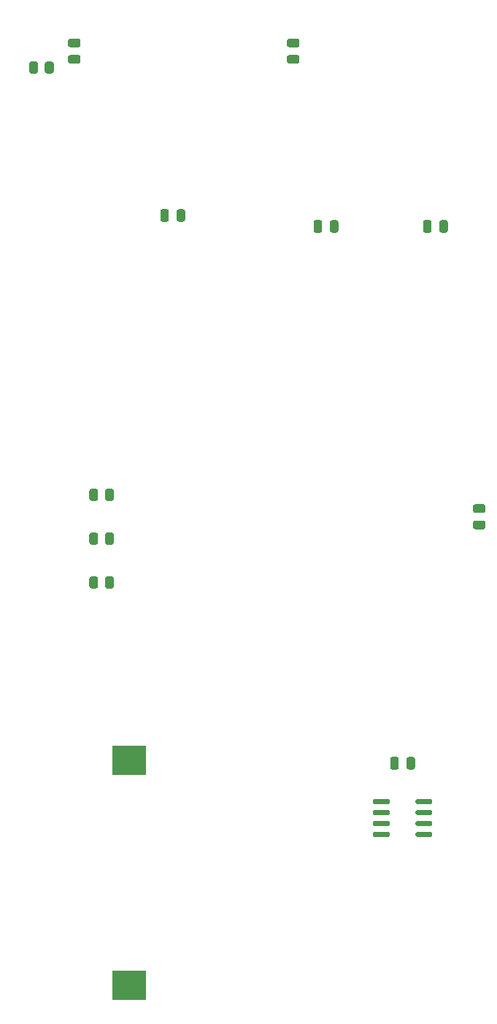
<source format=gtp>
%TF.GenerationSoftware,KiCad,Pcbnew,(5.1.10-1-10_14)*%
%TF.CreationDate,2023-03-20T21:43:14+08:00*%
%TF.ProjectId,GB_MemoryBackup_Mainboard,47425f4d-656d-46f7-9279-4261636b7570,1.3*%
%TF.SameCoordinates,Original*%
%TF.FileFunction,Paste,Top*%
%TF.FilePolarity,Positive*%
%FSLAX46Y46*%
G04 Gerber Fmt 4.6, Leading zero omitted, Abs format (unit mm)*
G04 Created by KiCad (PCBNEW (5.1.10-1-10_14)) date 2023-03-20 21:43:14*
%MOMM*%
%LPD*%
G01*
G04 APERTURE LIST*
%ADD10R,4.000000X3.400000*%
G04 APERTURE END LIST*
%TO.C,U5*%
G36*
G01*
X107545000Y-101750000D02*
X107545000Y-101450000D01*
G75*
G02*
X107695000Y-101300000I150000J0D01*
G01*
X109345000Y-101300000D01*
G75*
G02*
X109495000Y-101450000I0J-150000D01*
G01*
X109495000Y-101750000D01*
G75*
G02*
X109345000Y-101900000I-150000J0D01*
G01*
X107695000Y-101900000D01*
G75*
G02*
X107545000Y-101750000I0J150000D01*
G01*
G37*
G36*
G01*
X107545000Y-103020000D02*
X107545000Y-102720000D01*
G75*
G02*
X107695000Y-102570000I150000J0D01*
G01*
X109345000Y-102570000D01*
G75*
G02*
X109495000Y-102720000I0J-150000D01*
G01*
X109495000Y-103020000D01*
G75*
G02*
X109345000Y-103170000I-150000J0D01*
G01*
X107695000Y-103170000D01*
G75*
G02*
X107545000Y-103020000I0J150000D01*
G01*
G37*
G36*
G01*
X107545000Y-104290000D02*
X107545000Y-103990000D01*
G75*
G02*
X107695000Y-103840000I150000J0D01*
G01*
X109345000Y-103840000D01*
G75*
G02*
X109495000Y-103990000I0J-150000D01*
G01*
X109495000Y-104290000D01*
G75*
G02*
X109345000Y-104440000I-150000J0D01*
G01*
X107695000Y-104440000D01*
G75*
G02*
X107545000Y-104290000I0J150000D01*
G01*
G37*
G36*
G01*
X107545000Y-105560000D02*
X107545000Y-105260000D01*
G75*
G02*
X107695000Y-105110000I150000J0D01*
G01*
X109345000Y-105110000D01*
G75*
G02*
X109495000Y-105260000I0J-150000D01*
G01*
X109495000Y-105560000D01*
G75*
G02*
X109345000Y-105710000I-150000J0D01*
G01*
X107695000Y-105710000D01*
G75*
G02*
X107545000Y-105560000I0J150000D01*
G01*
G37*
G36*
G01*
X102595000Y-105560000D02*
X102595000Y-105260000D01*
G75*
G02*
X102745000Y-105110000I150000J0D01*
G01*
X104395000Y-105110000D01*
G75*
G02*
X104545000Y-105260000I0J-150000D01*
G01*
X104545000Y-105560000D01*
G75*
G02*
X104395000Y-105710000I-150000J0D01*
G01*
X102745000Y-105710000D01*
G75*
G02*
X102595000Y-105560000I0J150000D01*
G01*
G37*
G36*
G01*
X102595000Y-104290000D02*
X102595000Y-103990000D01*
G75*
G02*
X102745000Y-103840000I150000J0D01*
G01*
X104395000Y-103840000D01*
G75*
G02*
X104545000Y-103990000I0J-150000D01*
G01*
X104545000Y-104290000D01*
G75*
G02*
X104395000Y-104440000I-150000J0D01*
G01*
X102745000Y-104440000D01*
G75*
G02*
X102595000Y-104290000I0J150000D01*
G01*
G37*
G36*
G01*
X102595000Y-103020000D02*
X102595000Y-102720000D01*
G75*
G02*
X102745000Y-102570000I150000J0D01*
G01*
X104395000Y-102570000D01*
G75*
G02*
X104545000Y-102720000I0J-150000D01*
G01*
X104545000Y-103020000D01*
G75*
G02*
X104395000Y-103170000I-150000J0D01*
G01*
X102745000Y-103170000D01*
G75*
G02*
X102595000Y-103020000I0J150000D01*
G01*
G37*
G36*
G01*
X102595000Y-101750000D02*
X102595000Y-101450000D01*
G75*
G02*
X102745000Y-101300000I150000J0D01*
G01*
X104395000Y-101300000D01*
G75*
G02*
X104545000Y-101450000I0J-150000D01*
G01*
X104545000Y-101750000D01*
G75*
G02*
X104395000Y-101900000I-150000J0D01*
G01*
X102745000Y-101900000D01*
G75*
G02*
X102595000Y-101750000I0J150000D01*
G01*
G37*
%TD*%
%TO.C,C7*%
G36*
G01*
X96705000Y-34450000D02*
X96705000Y-35400000D01*
G75*
G02*
X96455000Y-35650000I-250000J0D01*
G01*
X95955000Y-35650000D01*
G75*
G02*
X95705000Y-35400000I0J250000D01*
G01*
X95705000Y-34450000D01*
G75*
G02*
X95955000Y-34200000I250000J0D01*
G01*
X96455000Y-34200000D01*
G75*
G02*
X96705000Y-34450000I0J-250000D01*
G01*
G37*
G36*
G01*
X98605000Y-34450000D02*
X98605000Y-35400000D01*
G75*
G02*
X98355000Y-35650000I-250000J0D01*
G01*
X97855000Y-35650000D01*
G75*
G02*
X97605000Y-35400000I0J250000D01*
G01*
X97605000Y-34450000D01*
G75*
G02*
X97855000Y-34200000I250000J0D01*
G01*
X98355000Y-34200000D01*
G75*
G02*
X98605000Y-34450000I0J-250000D01*
G01*
G37*
%TD*%
%TO.C,C6*%
G36*
G01*
X109405000Y-34450000D02*
X109405000Y-35400000D01*
G75*
G02*
X109155000Y-35650000I-250000J0D01*
G01*
X108655000Y-35650000D01*
G75*
G02*
X108405000Y-35400000I0J250000D01*
G01*
X108405000Y-34450000D01*
G75*
G02*
X108655000Y-34200000I250000J0D01*
G01*
X109155000Y-34200000D01*
G75*
G02*
X109405000Y-34450000I0J-250000D01*
G01*
G37*
G36*
G01*
X111305000Y-34450000D02*
X111305000Y-35400000D01*
G75*
G02*
X111055000Y-35650000I-250000J0D01*
G01*
X110555000Y-35650000D01*
G75*
G02*
X110305000Y-35400000I0J250000D01*
G01*
X110305000Y-34450000D01*
G75*
G02*
X110555000Y-34200000I250000J0D01*
G01*
X111055000Y-34200000D01*
G75*
G02*
X111305000Y-34450000I0J-250000D01*
G01*
G37*
%TD*%
%TO.C,C5*%
G36*
G01*
X106495000Y-97630000D02*
X106495000Y-96680000D01*
G75*
G02*
X106745000Y-96430000I250000J0D01*
G01*
X107245000Y-96430000D01*
G75*
G02*
X107495000Y-96680000I0J-250000D01*
G01*
X107495000Y-97630000D01*
G75*
G02*
X107245000Y-97880000I-250000J0D01*
G01*
X106745000Y-97880000D01*
G75*
G02*
X106495000Y-97630000I0J250000D01*
G01*
G37*
G36*
G01*
X104595000Y-97630000D02*
X104595000Y-96680000D01*
G75*
G02*
X104845000Y-96430000I250000J0D01*
G01*
X105345000Y-96430000D01*
G75*
G02*
X105595000Y-96680000I0J-250000D01*
G01*
X105595000Y-97630000D01*
G75*
G02*
X105345000Y-97880000I-250000J0D01*
G01*
X104845000Y-97880000D01*
G75*
G02*
X104595000Y-97630000I0J250000D01*
G01*
G37*
%TD*%
%TO.C,C4*%
G36*
G01*
X115410000Y-68130000D02*
X114460000Y-68130000D01*
G75*
G02*
X114210000Y-67880000I0J250000D01*
G01*
X114210000Y-67380000D01*
G75*
G02*
X114460000Y-67130000I250000J0D01*
G01*
X115410000Y-67130000D01*
G75*
G02*
X115660000Y-67380000I0J-250000D01*
G01*
X115660000Y-67880000D01*
G75*
G02*
X115410000Y-68130000I-250000J0D01*
G01*
G37*
G36*
G01*
X115410000Y-70030000D02*
X114460000Y-70030000D01*
G75*
G02*
X114210000Y-69780000I0J250000D01*
G01*
X114210000Y-69280000D01*
G75*
G02*
X114460000Y-69030000I250000J0D01*
G01*
X115410000Y-69030000D01*
G75*
G02*
X115660000Y-69280000I0J-250000D01*
G01*
X115660000Y-69780000D01*
G75*
G02*
X115410000Y-70030000I-250000J0D01*
G01*
G37*
%TD*%
D10*
%TO.C,BT1*%
X74295000Y-96855000D03*
X74295000Y-122855000D03*
%TD*%
%TO.C,R13*%
G36*
G01*
X70720000Y-65589998D02*
X70720000Y-66490002D01*
G75*
G02*
X70470002Y-66740000I-249998J0D01*
G01*
X69944998Y-66740000D01*
G75*
G02*
X69695000Y-66490002I0J249998D01*
G01*
X69695000Y-65589998D01*
G75*
G02*
X69944998Y-65340000I249998J0D01*
G01*
X70470002Y-65340000D01*
G75*
G02*
X70720000Y-65589998I0J-249998D01*
G01*
G37*
G36*
G01*
X72545000Y-65589998D02*
X72545000Y-66490002D01*
G75*
G02*
X72295002Y-66740000I-249998J0D01*
G01*
X71769998Y-66740000D01*
G75*
G02*
X71520000Y-66490002I0J249998D01*
G01*
X71520000Y-65589998D01*
G75*
G02*
X71769998Y-65340000I249998J0D01*
G01*
X72295002Y-65340000D01*
G75*
G02*
X72545000Y-65589998I0J-249998D01*
G01*
G37*
%TD*%
%TO.C,R12*%
G36*
G01*
X70720000Y-75749998D02*
X70720000Y-76650002D01*
G75*
G02*
X70470002Y-76900000I-249998J0D01*
G01*
X69944998Y-76900000D01*
G75*
G02*
X69695000Y-76650002I0J249998D01*
G01*
X69695000Y-75749998D01*
G75*
G02*
X69944998Y-75500000I249998J0D01*
G01*
X70470002Y-75500000D01*
G75*
G02*
X70720000Y-75749998I0J-249998D01*
G01*
G37*
G36*
G01*
X72545000Y-75749998D02*
X72545000Y-76650002D01*
G75*
G02*
X72295002Y-76900000I-249998J0D01*
G01*
X71769998Y-76900000D01*
G75*
G02*
X71520000Y-76650002I0J249998D01*
G01*
X71520000Y-75749998D01*
G75*
G02*
X71769998Y-75500000I249998J0D01*
G01*
X72295002Y-75500000D01*
G75*
G02*
X72545000Y-75749998I0J-249998D01*
G01*
G37*
%TD*%
%TO.C,R11*%
G36*
G01*
X70720000Y-70669998D02*
X70720000Y-71570002D01*
G75*
G02*
X70470002Y-71820000I-249998J0D01*
G01*
X69944998Y-71820000D01*
G75*
G02*
X69695000Y-71570002I0J249998D01*
G01*
X69695000Y-70669998D01*
G75*
G02*
X69944998Y-70420000I249998J0D01*
G01*
X70470002Y-70420000D01*
G75*
G02*
X70720000Y-70669998I0J-249998D01*
G01*
G37*
G36*
G01*
X72545000Y-70669998D02*
X72545000Y-71570002D01*
G75*
G02*
X72295002Y-71820000I-249998J0D01*
G01*
X71769998Y-71820000D01*
G75*
G02*
X71520000Y-71570002I0J249998D01*
G01*
X71520000Y-70669998D01*
G75*
G02*
X71769998Y-70420000I249998J0D01*
G01*
X72295002Y-70420000D01*
G75*
G02*
X72545000Y-70669998I0J-249998D01*
G01*
G37*
%TD*%
%TO.C,R1*%
G36*
G01*
X64535000Y-16960002D02*
X64535000Y-16059998D01*
G75*
G02*
X64784998Y-15810000I249998J0D01*
G01*
X65310002Y-15810000D01*
G75*
G02*
X65560000Y-16059998I0J-249998D01*
G01*
X65560000Y-16960002D01*
G75*
G02*
X65310002Y-17210000I-249998J0D01*
G01*
X64784998Y-17210000D01*
G75*
G02*
X64535000Y-16960002I0J249998D01*
G01*
G37*
G36*
G01*
X62710000Y-16960002D02*
X62710000Y-16059998D01*
G75*
G02*
X62959998Y-15810000I249998J0D01*
G01*
X63485002Y-15810000D01*
G75*
G02*
X63735000Y-16059998I0J-249998D01*
G01*
X63735000Y-16960002D01*
G75*
G02*
X63485002Y-17210000I-249998J0D01*
G01*
X62959998Y-17210000D01*
G75*
G02*
X62710000Y-16960002I0J249998D01*
G01*
G37*
%TD*%
%TO.C,C3*%
G36*
G01*
X78925000Y-33180000D02*
X78925000Y-34130000D01*
G75*
G02*
X78675000Y-34380000I-250000J0D01*
G01*
X78175000Y-34380000D01*
G75*
G02*
X77925000Y-34130000I0J250000D01*
G01*
X77925000Y-33180000D01*
G75*
G02*
X78175000Y-32930000I250000J0D01*
G01*
X78675000Y-32930000D01*
G75*
G02*
X78925000Y-33180000I0J-250000D01*
G01*
G37*
G36*
G01*
X80825000Y-33180000D02*
X80825000Y-34130000D01*
G75*
G02*
X80575000Y-34380000I-250000J0D01*
G01*
X80075000Y-34380000D01*
G75*
G02*
X79825000Y-34130000I0J250000D01*
G01*
X79825000Y-33180000D01*
G75*
G02*
X80075000Y-32930000I250000J0D01*
G01*
X80575000Y-32930000D01*
G75*
G02*
X80825000Y-33180000I0J-250000D01*
G01*
G37*
%TD*%
%TO.C,C2*%
G36*
G01*
X68420000Y-14155000D02*
X67470000Y-14155000D01*
G75*
G02*
X67220000Y-13905000I0J250000D01*
G01*
X67220000Y-13405000D01*
G75*
G02*
X67470000Y-13155000I250000J0D01*
G01*
X68420000Y-13155000D01*
G75*
G02*
X68670000Y-13405000I0J-250000D01*
G01*
X68670000Y-13905000D01*
G75*
G02*
X68420000Y-14155000I-250000J0D01*
G01*
G37*
G36*
G01*
X68420000Y-16055000D02*
X67470000Y-16055000D01*
G75*
G02*
X67220000Y-15805000I0J250000D01*
G01*
X67220000Y-15305000D01*
G75*
G02*
X67470000Y-15055000I250000J0D01*
G01*
X68420000Y-15055000D01*
G75*
G02*
X68670000Y-15305000I0J-250000D01*
G01*
X68670000Y-15805000D01*
G75*
G02*
X68420000Y-16055000I-250000J0D01*
G01*
G37*
%TD*%
%TO.C,C1*%
G36*
G01*
X93820000Y-14155000D02*
X92870000Y-14155000D01*
G75*
G02*
X92620000Y-13905000I0J250000D01*
G01*
X92620000Y-13405000D01*
G75*
G02*
X92870000Y-13155000I250000J0D01*
G01*
X93820000Y-13155000D01*
G75*
G02*
X94070000Y-13405000I0J-250000D01*
G01*
X94070000Y-13905000D01*
G75*
G02*
X93820000Y-14155000I-250000J0D01*
G01*
G37*
G36*
G01*
X93820000Y-16055000D02*
X92870000Y-16055000D01*
G75*
G02*
X92620000Y-15805000I0J250000D01*
G01*
X92620000Y-15305000D01*
G75*
G02*
X92870000Y-15055000I250000J0D01*
G01*
X93820000Y-15055000D01*
G75*
G02*
X94070000Y-15305000I0J-250000D01*
G01*
X94070000Y-15805000D01*
G75*
G02*
X93820000Y-16055000I-250000J0D01*
G01*
G37*
%TD*%
M02*

</source>
